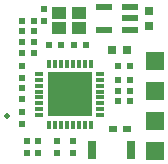
<source format=gts>
G04*
G04 #@! TF.GenerationSoftware,Altium Limited,Altium Designer,20.0.1 (14)*
G04*
G04 Layer_Color=8388736*
%FSLAX44Y44*%
%MOMM*%
G71*
G01*
G75*
%ADD18R,0.5080X0.5080*%
%ADD19R,0.5080X0.5080*%
%ADD20C,0.5000*%
%ADD21R,0.8000X1.5240*%
%ADD22R,0.8000X0.3302*%
%ADD23R,0.3302X0.8000*%
%ADD24R,3.8000X3.8000*%
%ADD25R,0.7000X0.5800*%
%ADD26R,1.6000X1.6000*%
%ADD27R,1.2000X1.0000*%
%ADD28R,1.4500X0.5500*%
%ADD29R,1.4500X0.5500*%
%ADD30R,0.7620X0.7620*%
%ADD31R,0.7620X0.7620*%
D18*
X56750Y120250D02*
D03*
X46750D02*
D03*
X56750Y102250D02*
D03*
X46750D02*
D03*
X128117Y61000D02*
D03*
X138117D02*
D03*
X128000Y91000D02*
D03*
X138000D02*
D03*
X56750Y111250D02*
D03*
X46750D02*
D03*
Y129250D02*
D03*
X56750D02*
D03*
X80000Y108750D02*
D03*
X70000D02*
D03*
X128117Y79000D02*
D03*
X138117D02*
D03*
X128117Y70000D02*
D03*
X138117D02*
D03*
X90500Y108750D02*
D03*
X100500D02*
D03*
D19*
X89750Y27250D02*
D03*
Y17250D02*
D03*
X47000Y62500D02*
D03*
Y72500D02*
D03*
Y91000D02*
D03*
Y81000D02*
D03*
Y41750D02*
D03*
Y51750D02*
D03*
X51000Y27250D02*
D03*
Y17250D02*
D03*
X60000D02*
D03*
Y27250D02*
D03*
X76250Y17250D02*
D03*
Y27250D02*
D03*
X65500Y129000D02*
D03*
Y139000D02*
D03*
D20*
X34000Y48500D02*
D03*
D21*
X139005Y19500D02*
D03*
X105995D02*
D03*
D22*
X61469Y84256D02*
D03*
X61469Y79253D02*
D03*
X61469Y74252D02*
D03*
X61469Y69251D02*
D03*
Y64249D02*
D03*
X61469Y59248D02*
D03*
X61469Y54247D02*
D03*
Y49246D02*
D03*
X113031D02*
D03*
Y54247D02*
D03*
X113031Y59248D02*
D03*
X113031Y64249D02*
D03*
Y69251D02*
D03*
X113031Y74252D02*
D03*
X113031Y79253D02*
D03*
Y84254D02*
D03*
D23*
X69746Y40969D02*
D03*
X74747D02*
D03*
X79748Y40969D02*
D03*
X84749Y40969D02*
D03*
X89751D02*
D03*
X94752Y40969D02*
D03*
X99753Y40969D02*
D03*
X104754D02*
D03*
Y92531D02*
D03*
X99753D02*
D03*
X94752Y92531D02*
D03*
X89751Y92531D02*
D03*
X84749D02*
D03*
X79748Y92531D02*
D03*
X74747Y92531D02*
D03*
X69746D02*
D03*
D24*
X87250Y66750D02*
D03*
D25*
X123750Y37750D02*
D03*
X135750D02*
D03*
D26*
X159000Y95400D02*
D03*
Y70000D02*
D03*
Y44600D02*
D03*
Y19200D02*
D03*
D27*
X95000Y135750D02*
D03*
X78000D02*
D03*
Y122750D02*
D03*
X95000D02*
D03*
D28*
X137750Y121750D02*
D03*
D29*
X137750Y131250D02*
D03*
Y140750D02*
D03*
X116250D02*
D03*
Y121750D02*
D03*
D30*
X135749Y104749D02*
D03*
X122749D02*
D03*
D31*
X153999Y124751D02*
D03*
Y137751D02*
D03*
M02*

</source>
